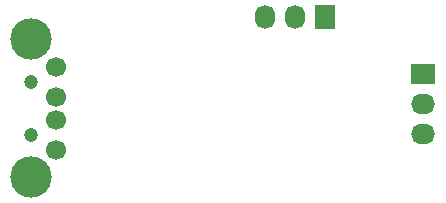
<source format=gbs>
G04 #@! TF.FileFunction,Soldermask,Bot*
%FSLAX46Y46*%
G04 Gerber Fmt 4.6, Leading zero omitted, Abs format (unit mm)*
G04 Created by KiCad (PCBNEW 4.0.2+dfsg1-stable) date Fri 04 Aug 2017 18:39:01 BST*
%MOMM*%
G01*
G04 APERTURE LIST*
%ADD10C,0.150000*%
%ADD11R,1.727200X2.032000*%
%ADD12O,1.727200X2.032000*%
%ADD13R,2.032000X1.727200*%
%ADD14O,2.032000X1.727200*%
%ADD15C,1.700000*%
%ADD16C,3.500000*%
%ADD17C,1.200000*%
G04 APERTURE END LIST*
D10*
D11*
X175640000Y-81600000D03*
D12*
X173100000Y-81600000D03*
X170560000Y-81600000D03*
D13*
X184000000Y-86460000D03*
D14*
X184000000Y-89000000D03*
X184000000Y-91540000D03*
D15*
X152900000Y-88350000D03*
X152900000Y-90350000D03*
X152900000Y-92850000D03*
X152900000Y-85850000D03*
D16*
X150800000Y-83500000D03*
X150800000Y-95200000D03*
D17*
X150800000Y-87100000D03*
X150800000Y-91600000D03*
M02*

</source>
